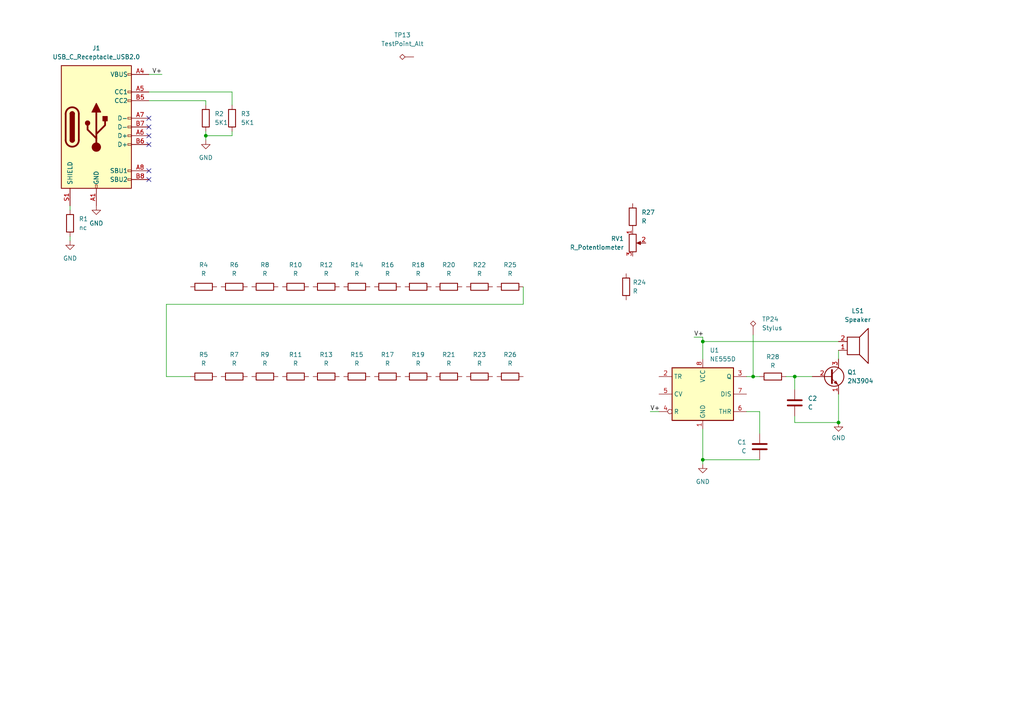
<source format=kicad_sch>
(kicad_sch (version 20211123) (generator eeschema)
  (paper "A4")
  (lib_symbols
    (symbol "Connector:TestPoint_Alt" (pin_numbers hide) (pin_names (offset 0.762) hide)
      (property "Reference" "TP" (at 0 6.858 0))
      (property "Value" "TestPoint_Alt" (at 0 5.08 0))
      (symbol "TestPoint_Alt_0_1"
        (polyline (pts (xy 0 2.54) (xy -0.762 3.302) (xy 0 4.064) (xy 0.762 3.302) (xy 0 2.54)))
      )
      (symbol "TestPoint_Alt_1_1"
        (pin passive line (at 0 0 90) (length 2.54) (name "1") (number "1"))
      )
    )
    (symbol "Connector:USB_C_Receptacle_USB2.0" (pin_names (offset 1.016))
      (property "Reference" "J" (at -10.16 19.05 0))
      (property "Value" "USB_C_Receptacle_USB2.0" (at 19.05 19.05 0))
      (symbol "USB_C_Receptacle_USB2.0_0_0"
        (rectangle (start -0.254 -17.78) (end 0.254 -16.764))
        (rectangle (start 10.16 -14.986) (end 9.144 -15.494))
        (rectangle (start 10.16 -12.446) (end 9.144 -12.954))
        (rectangle (start 10.16 -4.826) (end 9.144 -5.334))
        (rectangle (start 10.16 -2.286) (end 9.144 -2.794))
        (rectangle (start 10.16 0.254) (end 9.144 -0.254))
        (rectangle (start 10.16 2.794) (end 9.144 2.286))
        (rectangle (start 10.16 7.874) (end 9.144 7.366))
        (rectangle (start 10.16 10.414) (end 9.144 9.906))
        (rectangle (start 10.16 15.494) (end 9.144 14.986))
      )
      (symbol "USB_C_Receptacle_USB2.0_0_1"
        (rectangle (start -10.16 17.78) (end 10.16 -17.78) (stroke (width 0.254)) (fill (type background)))
        (arc (start -8.89 -3.81) (mid -6.985 -5.715) (end -5.08 -3.81) (stroke (width 0.508)))
        (arc (start -7.62 -3.81) (mid -6.985 -4.445) (end -6.35 -3.81) (stroke (width 0.254)))
        (arc (start -7.62 -3.81) (mid -6.985 -4.445) (end -6.35 -3.81) (stroke (width 0.254)) (fill (type outline)))
        (rectangle (start -7.62 -3.81) (end -6.35 3.81) (stroke (width 0.254)) (fill (type outline)))
        (arc (start -6.35 3.81) (mid -6.985 4.445) (end -7.62 3.81) (stroke (width 0.254)))
        (arc (start -6.35 3.81) (mid -6.985 4.445) (end -7.62 3.81) (stroke (width 0.254)) (fill (type outline)))
        (arc (start -5.08 3.81) (mid -6.985 5.715) (end -8.89 3.81) (stroke (width 0.508)))
        (circle (center -2.54 1.143) (radius 0.635) (stroke (width 0.254)) (fill (type outline)))
        (circle (center 0 -5.842) (radius 1.27) (fill (type outline)))
        (polyline (pts (xy -8.89 -3.81) (xy -8.89 3.81)) (stroke (width 0.508)))
        (polyline (pts (xy -5.08 3.81) (xy -5.08 -3.81)) (stroke (width 0.508)))
        (polyline (pts (xy 0 -5.842) (xy 0 4.318)) (stroke (width 0.508)))
        (polyline (pts (xy 0 -3.302) (xy -2.54 -0.762) (xy -2.54 0.508)) (stroke (width 0.508)))
        (polyline (pts (xy 0 -2.032) (xy 2.54 0.508) (xy 2.54 1.778)) (stroke (width 0.508)))
        (polyline (pts (xy -1.27 4.318) (xy 0 6.858) (xy 1.27 4.318) (xy -1.27 4.318)) (stroke (width 0.254)) (fill (type outline)))
        (rectangle (start 1.905 1.778) (end 3.175 3.048) (stroke (width 0.254)) (fill (type outline)))
      )
      (symbol "USB_C_Receptacle_USB2.0_1_1"
        (pin passive line (at 0 -22.86 90) (length 5.08) (name "GND") (number "A1"))
        (pin passive line (at 0 -22.86 90) (length 5.08) hide (name "GND") (number "A12"))
        (pin passive line (at 15.24 15.24 180) (length 5.08) (name "VBUS") (number "A4"))
        (pin bidirectional line (at 15.24 10.16 180) (length 5.08) (name "CC1") (number "A5"))
        (pin bidirectional line (at 15.24 -2.54 180) (length 5.08) (name "D+") (number "A6"))
        (pin bidirectional line (at 15.24 2.54 180) (length 5.08) (name "D-") (number "A7"))
        (pin bidirectional line (at 15.24 -12.7 180) (length 5.08) (name "SBU1") (number "A8"))
        (pin passive line (at 15.24 15.24 180) (length 5.08) hide (name "VBUS") (number "A9"))
        (pin passive line (at 0 -22.86 90) (length 5.08) hide (name "GND") (number "B1"))
        (pin passive line (at 0 -22.86 90) (length 5.08) hide (name "GND") (number "B12"))
        (pin passive line (at 15.24 15.24 180) (length 5.08) hide (name "VBUS") (number "B4"))
        (pin bidirectional line (at 15.24 7.62 180) (length 5.08) (name "CC2") (number "B5"))
        (pin bidirectional line (at 15.24 -5.08 180) (length 5.08) (name "D+") (number "B6"))
        (pin bidirectional line (at 15.24 0 180) (length 5.08) (name "D-") (number "B7"))
        (pin bidirectional line (at 15.24 -15.24 180) (length 5.08) (name "SBU2") (number "B8"))
        (pin passive line (at 15.24 15.24 180) (length 5.08) hide (name "VBUS") (number "B9"))
        (pin passive line (at -7.62 -22.86 90) (length 5.08) (name "SHIELD") (number "S1"))
      )
    )
    (symbol "Device:C" (pin_numbers hide) (pin_names (offset 0.254))
      (property "Reference" "C" (at 0.635 2.54 0))
      (property "Value" "C" (at 0.635 -2.54 0))
      (symbol "C_0_1"
        (polyline (pts (xy -2.032 -0.762) (xy 2.032 -0.762)) (stroke (width 0.508)))
        (polyline (pts (xy -2.032 0.762) (xy 2.032 0.762)) (stroke (width 0.508)))
      )
      (symbol "C_1_1"
        (pin passive line (at 0 3.81 270) (length 2.794) (name "~") (number "1"))
        (pin passive line (at 0 -3.81 90) (length 2.794) (name "~") (number "2"))
      )
    )
    (symbol "Device:R" (pin_numbers hide) (pin_names (offset 0))
      (property "Reference" "R" (at 2.032 0 90))
      (property "Value" "R" (at 0 0 90))
      (symbol "R_0_1"
        (rectangle (start -1.016 -2.54) (end 1.016 2.54) (stroke (width 0.254)))
      )
      (symbol "R_1_1"
        (pin passive line (at 0 3.81 270) (length 1.27) (name "~") (number "1"))
        (pin passive line (at 0 -3.81 90) (length 1.27) (name "~") (number "2"))
      )
    )
    (symbol "Device:R_Potentiometer" (pin_names (offset 1.016) hide)
      (property "Reference" "RV" (at -4.445 0 90))
      (property "Value" "R_Potentiometer" (at -2.54 0 90))
      (symbol "R_Potentiometer_0_1"
        (polyline (pts (xy 2.54 0) (xy 1.524 0)))
        (polyline (pts (xy 1.143 0) (xy 2.286 0.508) (xy 2.286 -0.508) (xy 1.143 0)) (fill (type outline)))
        (rectangle (start 1.016 2.54) (end -1.016 -2.54) (stroke (width 0.254)))
      )
      (symbol "R_Potentiometer_1_1"
        (pin passive line (at 0 3.81 270) (length 1.27) (name "1") (number "1"))
        (pin passive line (at 3.81 0 180) (length 1.27) (name "2") (number "2"))
        (pin passive line (at 0 -3.81 90) (length 1.27) (name "3") (number "3"))
      )
    )
    (symbol "Device:Speaker" (pin_names (offset 0) hide)
      (property "Reference" "LS" (at 1.27 5.715 0))
      (property "Value" "Speaker" (at 1.27 3.81 0))
      (symbol "Speaker_0_0"
        (rectangle (start -2.54 1.27) (end 1.016 -3.81) (stroke (width 0.254)))
        (polyline (pts (xy 1.016 1.27) (xy 3.556 3.81) (xy 3.556 -6.35) (xy 1.016 -3.81)) (stroke (width 0.254)))
      )
      (symbol "Speaker_1_1"
        (pin input line (at -5.08 0 0) (length 2.54) (name "1") (number "1"))
        (pin input line (at -5.08 -2.54 0) (length 2.54) (name "2") (number "2"))
      )
    )
    (symbol "Timer:NE555D"
      (property "Reference" "U" (at -10.16 8.89 0))
      (property "Value" "NE555D" (at 2.54 8.89 0))
      (symbol "NE555D_0_0"
        (pin power_in line (at 0 -10.16 90) (length 2.54) (name "GND") (number "1"))
        (pin power_in line (at 0 10.16 270) (length 2.54) (name "VCC") (number "8"))
      )
      (symbol "NE555D_0_1"
        (rectangle (start -8.89 -7.62) (end 8.89 7.62) (stroke (width 0.254)) (fill (type background)))
        (rectangle (start -8.89 -7.62) (end 8.89 7.62) (stroke (width 0.254)) (fill (type background)))
      )
      (symbol "NE555D_1_1"
        (pin input line (at -12.7 5.08 0) (length 3.81) (name "TR") (number "2"))
        (pin output line (at 12.7 5.08 180) (length 3.81) (name "Q") (number "3"))
        (pin input inverted (at -12.7 -5.08 0) (length 3.81) (name "R") (number "4"))
        (pin input line (at -12.7 0 0) (length 3.81) (name "CV") (number "5"))
        (pin input line (at 12.7 -5.08 180) (length 3.81) (name "THR") (number "6"))
        (pin input line (at 12.7 0 180) (length 3.81) (name "DIS") (number "7"))
      )
    )
    (symbol "Transistor_BJT:2N3904" (pin_names (offset 0) hide)
      (property "Reference" "Q" (at 5.08 1.905 0))
      (property "Value" "2N3904" (at 5.08 0 0))
      (symbol "2N3904_0_1"
        (polyline (pts (xy 0.635 0.635) (xy 2.54 2.54)))
        (polyline (pts (xy 0.635 -0.635) (xy 2.54 -2.54) (xy 2.54 -2.54)))
        (polyline (pts (xy 0.635 1.905) (xy 0.635 -1.905) (xy 0.635 -1.905)) (stroke (width 0.508)))
        (polyline (pts (xy 1.27 -1.778) (xy 1.778 -1.27) (xy 2.286 -2.286) (xy 1.27 -1.778) (xy 1.27 -1.778)) (fill (type outline)))
        (circle (center 1.27 0) (radius 2.8194) (stroke (width 0.254)))
      )
      (symbol "2N3904_1_1"
        (pin passive line (at 2.54 -5.08 90) (length 2.54) (name "E") (number "1"))
        (pin passive line (at -5.08 0 0) (length 5.715) (name "B") (number "2"))
        (pin passive line (at 2.54 5.08 270) (length 2.54) (name "C") (number "3"))
      )
    )
    (symbol "power:GND" (power) (pin_names (offset 0))
      (property "Value" "GND" (at 0 -3.81 0))
      (symbol "GND_0_1"
        (polyline (pts (xy 0 0) (xy 0 -1.27) (xy 1.27 -1.27) (xy 0 -2.54) (xy -1.27 -1.27) (xy 0 -1.27)))
      )
      (symbol "GND_1_1"
        (pin power_in line (at 0 0 270) (length 0) hide (name "GND") (number "1"))
      )
    )
  )
  (junction (at 218.44 109.22))
  (junction (at 59.69 39.37))
  (junction (at 203.835 99.06))
  (junction (at 203.835 133.35))
  (junction (at 230.505 109.22))
  (junction (at 243.205 122.555))
  (no_connect (at 43.18 34.29))
  (no_connect (at 43.18 52.07))
  (no_connect (at 43.18 36.83))
  (no_connect (at 43.18 39.37))
  (no_connect (at 43.18 41.91))
  (no_connect (at 43.18 49.53))
  (wire (pts (xy 230.505 109.22) (xy 230.505 113.03)))
  (wire (pts (xy 220.345 133.35) (xy 203.835 133.35)))
  (wire (pts (xy 59.69 38.1) (xy 59.69 39.37)))
  (wire (pts (xy 20.32 68.58) (xy 20.32 69.85)))
  (wire (pts (xy 151.765 88.265) (xy 48.26 88.265)))
  (wire (pts (xy 151.765 83.185) (xy 151.765 88.265)))
  (wire (pts (xy 59.69 39.37) (xy 59.69 40.64)))
  (wire (pts (xy 227.965 109.22) (xy 230.505 109.22)))
  (wire (pts (xy 67.31 26.67) (xy 67.31 30.48)))
  (wire (pts (xy 48.26 109.22) (xy 55.245 109.22)))
  (wire (pts (xy 218.44 97.155) (xy 218.44 109.22)))
  (wire (pts (xy 243.205 101.6) (xy 243.205 104.14)))
  (wire (pts (xy 20.32 59.69) (xy 20.32 60.96)))
  (wire (pts (xy 188.595 119.38) (xy 191.135 119.38)))
  (wire (pts (xy 203.835 97.79) (xy 201.295 97.79)))
  (wire (pts (xy 230.505 120.65) (xy 230.505 122.555)))
  (wire (pts (xy 230.505 109.22) (xy 235.585 109.22)))
  (wire (pts (xy 59.69 29.21) (xy 43.18 29.21)))
  (wire (pts (xy 67.31 39.37) (xy 67.31 38.1)))
  (wire (pts (xy 216.535 109.22) (xy 218.44 109.22)))
  (wire (pts (xy 220.345 119.38) (xy 220.345 125.73)))
  (wire (pts (xy 230.505 122.555) (xy 243.205 122.555)))
  (wire (pts (xy 59.69 30.48) (xy 59.69 29.21)))
  (wire (pts (xy 43.18 26.67) (xy 67.31 26.67)))
  (wire (pts (xy 243.205 114.3) (xy 243.205 122.555)))
  (wire (pts (xy 203.835 99.06) (xy 203.835 104.14)))
  (wire (pts (xy 220.345 119.38) (xy 216.535 119.38)))
  (wire (pts (xy 59.69 39.37) (xy 67.31 39.37)))
  (wire (pts (xy 218.44 109.22) (xy 220.345 109.22)))
  (wire (pts (xy 43.18 21.59) (xy 46.99 21.59)))
  (wire (pts (xy 203.835 99.06) (xy 243.205 99.06)))
  (wire (pts (xy 203.835 97.79) (xy 203.835 99.06)))
  (wire (pts (xy 203.835 124.46) (xy 203.835 133.35)))
  (wire (pts (xy 203.835 133.35) (xy 203.835 134.62)))
  (wire (pts (xy 48.26 88.265) (xy 48.26 109.22)))
  (label "V+" (at 188.595 119.38 0))
  (label "V+" (at 201.295 97.79 0))
  (label "V+" (at 46.99 21.59 180))
  (symbol (lib_id "Device:R") (at 94.615 109.22 90) (unit 1)
    (property "Reference" "R13" (at 94.615 102.87 90))
    (property "Value" "R" (at 94.615 105.41 90))
  )
  (symbol (lib_id "Device:R") (at 121.285 109.22 90) (unit 1)
    (property "Reference" "R19" (at 121.285 102.87 90))
    (property "Value" "R" (at 121.285 105.41 90))
  )
  (symbol (lib_id "Device:R") (at 139.065 109.22 90) (unit 1)
    (property "Reference" "R23" (at 139.065 102.87 90))
    (property "Value" "R" (at 139.065 105.41 90))
  )
  (symbol (lib_id "Device:R") (at 139.065 83.185 90) (unit 1)
    (property "Reference" "R22" (at 139.065 76.835 90))
    (property "Value" "R" (at 139.065 79.375 90))
  )
  (symbol (lib_id "Device:R") (at 67.945 109.22 90) (unit 1)
    (property "Reference" "R7" (at 67.945 102.87 90))
    (property "Value" "R" (at 67.945 105.41 90))
  )
  (symbol (lib_id "power:GND") (at 59.69 40.64 0) (unit 1)
    (property "Reference" "#PWR0103" (effects hide))
    (property "Value" "GND" (at 59.69 45.72 0))
  )
  (symbol (lib_id "Timer:NE555D") (at 203.835 114.3 0) (unit 1)
    (property "Reference" "U1" (at 205.8544 101.6 0) (effects (justify left)))
    (property "Value" "NE555D" (at 205.8544 104.14 0) (effects (justify left)))
    (property "Footprint" "Package_SO:SOIC-8_3.9x4.9mm_P1.27mm" (effects hide))
    (property "Datasheet" "http://www.ti.com/lit/ds/symlink/ne555.pdf" (effects hide))
  )
  (symbol (lib_id "Device:R") (at 85.725 83.185 90) (unit 1)
    (property "Reference" "R10" (at 85.725 76.835 90))
    (property "Value" "R" (at 85.725 79.375 90))
  )
  (symbol (lib_id "Device:R") (at 59.69 34.29 180) (unit 1)
    (property "Reference" "R2" (at 62.23 33.0199 0) (effects (justify right)))
    (property "Value" "5K1" (at 62.23 35.5599 0) (effects (justify right)))
  )
  (symbol (lib_id "Device:R") (at 94.615 83.185 90) (unit 1)
    (property "Reference" "R12" (at 94.615 76.835 90))
    (property "Value" "R" (at 94.615 79.375 90))
  )
  (symbol (lib_id "Device:R") (at 76.835 83.185 90) (unit 1)
    (property "Reference" "R8" (at 76.835 76.835 90))
    (property "Value" "R" (at 76.835 79.375 90))
  )
  (symbol (lib_id "Device:R") (at 147.955 83.185 90) (unit 1)
    (property "Reference" "R25" (at 147.955 76.835 90))
    (property "Value" "R" (at 147.955 79.375 90))
  )
  (symbol (lib_id "Device:R") (at 121.285 83.185 90) (unit 1)
    (property "Reference" "R18" (at 121.285 76.835 90))
    (property "Value" "R" (at 121.285 79.375 90))
  )
  (symbol (lib_id "Device:R") (at 103.505 83.185 90) (unit 1)
    (property "Reference" "R14" (at 103.505 76.835 90))
    (property "Value" "R" (at 103.505 79.375 90))
  )
  (symbol (lib_id "Device:R") (at 67.31 34.29 180) (unit 1)
    (property "Reference" "R3" (at 69.85 33.0199 0) (effects (justify right)))
    (property "Value" "5K1" (at 69.85 35.5599 0) (effects (justify right)))
  )
  (symbol (lib_id "Device:C") (at 220.345 129.54 0) (mirror y) (unit 1)
    (property "Reference" "C1" (at 216.535 128.2699 0) (effects (justify left)))
    (property "Value" "C" (at 216.535 130.8099 0) (effects (justify left)))
  )
  (symbol (lib_id "Device:R") (at 59.055 83.185 90) (unit 1)
    (property "Reference" "R4" (at 59.055 76.835 90))
    (property "Value" "R" (at 59.055 79.375 90))
  )
  (symbol (lib_id "Connector:USB_C_Receptacle_USB2.0") (at 27.94 36.83 0) (unit 1)
    (property "Reference" "J1" (at 27.94 13.97 0))
    (property "Value" "USB_C_Receptacle_USB2.0" (at 27.94 16.51 0))
    (property "Footprint" "MiniStylophone:GCT_USB4110-GF-A_REVB" (effects hide))
    (property "Datasheet" "https://www.usb.org/sites/default/files/documents/usb_type-c.zip" (effects hide))
  )
  (symbol (lib_id "Device:C") (at 230.505 116.84 0) (unit 1)
    (property "Reference" "C2" (at 234.315 115.5699 0) (effects (justify left)))
    (property "Value" "C" (at 234.315 118.1099 0) (effects (justify left)))
  )
  (symbol (lib_id "Device:R") (at 112.395 109.22 90) (unit 1)
    (property "Reference" "R17" (at 112.395 102.87 90))
    (property "Value" "R" (at 112.395 105.41 90))
  )
  (symbol (lib_id "Device:R") (at 103.505 109.22 90) (unit 1)
    (property "Reference" "R15" (at 103.505 102.87 90))
    (property "Value" "R" (at 103.505 105.41 90))
  )
  (symbol (lib_id "Device:R") (at 130.175 109.22 90) (unit 1)
    (property "Reference" "R21" (at 130.175 102.87 90))
    (property "Value" "R" (at 130.175 105.41 90))
  )
  (symbol (lib_id "Device:R") (at 181.61 83.185 0) (unit 1)
    (property "Reference" "R24" (at 183.515 81.9149 0) (effects (justify left)))
    (property "Value" "R" (at 183.515 84.4549 0) (effects (justify left)))
  )
  (symbol (lib_id "Device:R") (at 59.055 109.22 90) (unit 1)
    (property "Reference" "R5" (at 59.055 102.87 90))
    (property "Value" "R" (at 59.055 105.41 90))
  )
  (symbol (lib_id "Device:R") (at 183.515 62.865 180) (unit 1)
    (property "Reference" "R27" (at 186.055 61.5949 0) (effects (justify right)))
    (property "Value" "R" (at 186.055 64.1349 0) (effects (justify right)))
  )
  (symbol (lib_id "power:GND") (at 20.32 69.85 0) (unit 1)
    (property "Reference" "#PWR0102" (effects hide))
    (property "Value" "GND" (at 20.32 74.93 0))
  )
  (symbol (lib_id "Device:R") (at 147.955 109.22 90) (unit 1)
    (property "Reference" "R26" (at 147.955 102.87 90))
    (property "Value" "R" (at 147.955 105.41 90))
  )
  (symbol (lib_id "Device:R_Potentiometer") (at 183.515 70.485 0) (unit 1)
    (property "Reference" "RV1" (at 180.975 69.2149 0) (effects (justify right)))
    (property "Value" "R_Potentiometer" (at 180.975 71.7549 0) (effects (justify right)))
  )
  (symbol (lib_id "Device:R") (at 20.32 64.77 0) (unit 1)
    (property "Reference" "R1" (at 22.86 63.4999 0) (effects (justify left)))
    (property "Value" "nc" (at 22.86 66.0399 0) (effects (justify left)))
  )
  (symbol (lib_id "power:GND") (at 27.94 59.69 0) (unit 1)
    (property "Reference" "#PWR0101" (effects hide))
    (property "Value" "GND" (at 27.94 64.77 0))
  )
  (symbol (lib_id "Device:R") (at 224.155 109.22 90) (unit 1)
    (property "Reference" "R28" (at 224.155 103.505 90))
    (property "Value" "R" (at 224.155 106.045 90))
  )
  (symbol (lib_id "power:GND") (at 203.835 134.62 0) (unit 1)
    (property "Reference" "#PWR0104" (effects hide))
    (property "Value" "GND" (at 203.835 139.7 0))
  )
  (symbol (lib_id "Transistor_BJT:2N3904") (at 240.665 109.22 0) (unit 1)
    (property "Reference" "Q1" (at 245.745 107.9499 0) (effects (justify left)))
    (property "Value" "2N3904" (at 245.745 110.4899 0) (effects (justify left)))
    (property "Footprint" "Package_TO_SOT_THT:TO-92_Inline" (effects hide))
    (property "Datasheet" "https://www.onsemi.com/pub/Collateral/2N3903-D.PDF" (effects hide))
  )
  (symbol (lib_id "power:GND") (at 243.205 122.555 0) (unit 1)
    (property "Reference" "#PWR0105" (effects hide))
    (property "Value" "GND" (at 243.205 127 0))
  )
  (symbol (lib_id "Device:R") (at 112.395 83.185 90) (unit 1)
    (property "Reference" "R16" (at 112.395 76.835 90))
    (property "Value" "R" (at 112.395 79.375 90))
  )
  (symbol (lib_id "Device:R") (at 67.945 83.185 90) (unit 1)
    (property "Reference" "R6" (at 67.945 76.835 90))
    (property "Value" "R" (at 67.945 79.375 90))
  )
  (symbol (lib_id "Device:R") (at 130.175 83.185 90) (unit 1)
    (property "Reference" "R20" (at 130.175 76.835 90))
    (property "Value" "R" (at 130.175 79.375 90))
  )
  (symbol (lib_id "Device:R") (at 76.835 109.22 90) (unit 1)
    (property "Reference" "R9" (at 76.835 102.87 90))
    (property "Value" "R" (at 76.835 105.41 90))
  )
  (symbol (lib_id "Connector:TestPoint_Alt") (at 120.015 16.51 90) (unit 1)
    (property "Reference" "TP13" (at 116.713 10.16 90))
    (property "Value" "TestPoint_Alt" (at 116.713 12.7 90))
  )
  (symbol (lib_id "Connector:TestPoint_Alt") (at 218.44 97.155 0) (unit 1)
    (property "Reference" "TP24" (at 220.98 92.5829 0) (effects (justify left)))
    (property "Value" "Stylus" (at 220.98 95.1229 0) (effects (justify left)))
  )
  (symbol (lib_id "Device:Speaker") (at 248.285 101.6 0) (mirror x) (unit 1)
    (property "Reference" "LS1" (at 248.793 90.17 0))
    (property "Value" "Speaker" (at 248.793 92.71 0))
  )
  (symbol (lib_id "Device:R") (at 85.725 109.22 90) (unit 1)
    (property "Reference" "R11" (at 85.725 102.87 90))
    (property "Value" "R" (at 85.725 105.41 90))
  )
)
</source>
